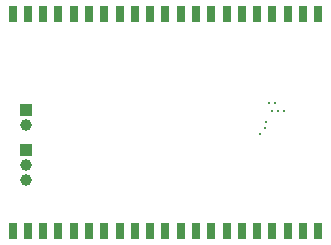
<source format=gbl>
G04 #@! TF.GenerationSoftware,KiCad,Pcbnew,(6.0.7)*
G04 #@! TF.CreationDate,2022-08-30T02:04:22+03:00*
G04 #@! TF.ProjectId,MCU_M_V3,4d43555f-4d5f-4563-932e-6b696361645f,rev?*
G04 #@! TF.SameCoordinates,Original*
G04 #@! TF.FileFunction,Copper,L4,Bot*
G04 #@! TF.FilePolarity,Positive*
%FSLAX46Y46*%
G04 Gerber Fmt 4.6, Leading zero omitted, Abs format (unit mm)*
G04 Created by KiCad (PCBNEW (6.0.7)) date 2022-08-30 02:04:22*
%MOMM*%
%LPD*%
G01*
G04 APERTURE LIST*
G04 #@! TA.AperFunction,ComponentPad*
%ADD10R,1.000000X1.000000*%
G04 #@! TD*
G04 #@! TA.AperFunction,ComponentPad*
%ADD11C,1.000000*%
G04 #@! TD*
G04 #@! TA.AperFunction,ComponentPad*
%ADD12R,0.800000X1.400000*%
G04 #@! TD*
G04 #@! TA.AperFunction,ViaPad*
%ADD13C,0.200000*%
G04 #@! TD*
G04 APERTURE END LIST*
D10*
G04 #@! TO.P,J1,1,1*
G04 #@! TO.N,GND*
X172100000Y-94065000D03*
D11*
G04 #@! TO.P,J1,2,2*
G04 #@! TO.N,/VBAT*
X172100000Y-95335000D03*
G04 #@! TD*
D10*
G04 #@! TO.P,J2,1,1*
G04 #@! TO.N,GND*
X172100000Y-97430000D03*
D11*
G04 #@! TO.P,J2,2,2*
G04 #@! TO.N,/SW_CLK*
X172100000Y-98700000D03*
G04 #@! TO.P,J2,3,3*
G04 #@! TO.N,/SW_IO*
X172100000Y-99970000D03*
G04 #@! TD*
D12*
G04 #@! TO.P,H2,1*
G04 #@! TO.N,/M1_D2*
X170960885Y-104300000D03*
G04 #@! TO.P,H2,2*
G04 #@! TO.N,/M1_D1*
X172254609Y-104300000D03*
G04 #@! TO.P,H2,3*
G04 #@! TO.N,/M1_D4*
X173548383Y-104300000D03*
G04 #@! TO.P,H2,4*
G04 #@! TO.N,/M1_D3*
X174842107Y-104300000D03*
G04 #@! TO.P,H2,5*
G04 #@! TO.N,/M4_D7*
X176135881Y-104300000D03*
G04 #@! TO.P,H2,6*
G04 #@! TO.N,/M3_D7*
X177429605Y-104300000D03*
G04 #@! TO.P,H2,7*
G04 #@! TO.N,/B1*
X178723379Y-104300000D03*
G04 #@! TO.P,H2,8*
G04 #@! TO.N,/B2*
X180017103Y-104300000D03*
G04 #@! TO.P,H2,9*
G04 #@! TO.N,/B3*
X181310877Y-104300000D03*
G04 #@! TO.P,H2,10*
G04 #@! TO.N,/B5*
X182604905Y-104300000D03*
G04 #@! TO.P,H2,11*
G04 #@! TO.N,/B4*
X183898934Y-104300000D03*
G04 #@! TO.P,H2,12*
G04 #@! TO.N,GND*
X185192911Y-104300000D03*
G04 #@! TO.P,H2,13*
G04 #@! TO.N,/M2_D5*
X186486940Y-104300000D03*
G04 #@! TO.P,H2,14*
G04 #@! TO.N,/M2_D4*
X187780968Y-104300000D03*
G04 #@! TO.P,H2,15*
G04 #@! TO.N,/M2_D3*
X189074997Y-104300000D03*
G04 #@! TO.P,H2,16*
G04 #@! TO.N,/M2_D2*
X190369025Y-104300000D03*
G04 #@! TO.P,H2,17*
G04 #@! TO.N,/M2_D1*
X191663053Y-104300000D03*
G04 #@! TO.P,H2,18*
G04 #@! TO.N,GND*
X192957082Y-104300000D03*
G04 #@! TO.P,H2,19*
G04 #@! TO.N,/P0_D1*
X194251059Y-104300000D03*
G04 #@! TO.P,H2,20*
G04 #@! TO.N,/P0_D2*
X195545088Y-104300000D03*
G04 #@! TO.P,H2,21*
G04 #@! TO.N,/P0_D3*
X196839116Y-104300000D03*
G04 #@! TD*
G04 #@! TO.P,H1,1*
G04 #@! TO.N,/+3.3*
X196840083Y-85900000D03*
G04 #@! TO.P,H1,2*
G04 #@! TO.N,/VCC3*
X195546359Y-85900000D03*
G04 #@! TO.P,H1,3*
G04 #@! TO.N,/M2_D6*
X194252585Y-85900000D03*
G04 #@! TO.P,H1,4*
G04 #@! TO.N,/M2_D7*
X192958861Y-85900000D03*
G04 #@! TO.P,H1,5*
G04 #@! TO.N,/M2_D8*
X191665087Y-85900000D03*
G04 #@! TO.P,H1,6*
G04 #@! TO.N,/M2_D9*
X190371363Y-85900000D03*
G04 #@! TO.P,H1,7*
G04 #@! TO.N,/M2_D10*
X189077589Y-85900000D03*
G04 #@! TO.P,H1,8*
G04 #@! TO.N,GND*
X187783865Y-85900000D03*
G04 #@! TO.P,H1,9*
G04 #@! TO.N,/M4_D3*
X186490091Y-85900000D03*
G04 #@! TO.P,H1,10*
G04 #@! TO.N,/M4_D4*
X185196063Y-85900000D03*
G04 #@! TO.P,H1,11*
G04 #@! TO.N,/M4_D1*
X183902034Y-85900000D03*
G04 #@! TO.P,H1,12*
G04 #@! TO.N,/M4_D2*
X182608057Y-85900000D03*
G04 #@! TO.P,H1,13*
G04 #@! TO.N,/M1_D7*
X181314028Y-85900000D03*
G04 #@! TO.P,H1,14*
G04 #@! TO.N,GND*
X180020000Y-85900000D03*
G04 #@! TO.P,H1,15*
G04 #@! TO.N,unconnected-(H1-Pad15)*
X178725971Y-85900000D03*
G04 #@! TO.P,H1,16*
G04 #@! TO.N,/M3_D1*
X177431943Y-85900000D03*
G04 #@! TO.P,H1,17*
G04 #@! TO.N,/M3_D2*
X176137915Y-85900000D03*
G04 #@! TO.P,H1,18*
G04 #@! TO.N,/M4_D5*
X174843886Y-85900000D03*
G04 #@! TO.P,H1,19*
G04 #@! TO.N,/M4_D6*
X173549909Y-85900000D03*
G04 #@! TO.P,H1,20*
G04 #@! TO.N,/M1_D5*
X172255880Y-85900000D03*
G04 #@! TO.P,H1,21*
G04 #@! TO.N,/M1_D6*
X170961852Y-85900000D03*
G04 #@! TD*
D13*
G04 #@! TO.N,Net-(U2-PadC2)*
X191890000Y-96100000D03*
G04 #@! TO.N,/ULPI_PWRDN*
X192370000Y-95630000D03*
G04 #@! TO.N,/ULPI_RST*
X192410000Y-95100000D03*
G04 #@! TO.N,/ULPI_XI*
X193925000Y-94125000D03*
G04 #@! TO.N,/ULPI_NXT*
X192910000Y-94110000D03*
G04 #@! TO.N,/ULPI_DIR*
X193420000Y-94120000D03*
G04 #@! TO.N,/ULPI_STP*
X193150000Y-93470000D03*
G04 #@! TO.N,/ULPI_D7*
X192650000Y-93470000D03*
G04 #@! TD*
M02*

</source>
